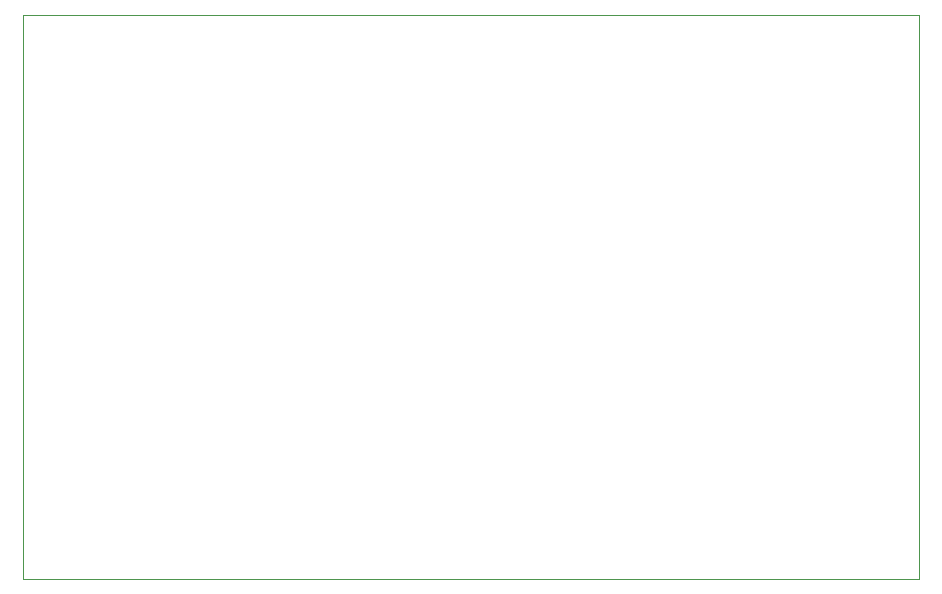
<source format=gm1>
G04 #@! TF.GenerationSoftware,KiCad,Pcbnew,(6.0.11)*
G04 #@! TF.CreationDate,2023-06-14T00:40:10+03:00*
G04 #@! TF.ProjectId,flyback_48V_48W,666c7962-6163-46b5-9f34-38565f343857,rev?*
G04 #@! TF.SameCoordinates,Original*
G04 #@! TF.FileFunction,Profile,NP*
%FSLAX46Y46*%
G04 Gerber Fmt 4.6, Leading zero omitted, Abs format (unit mm)*
G04 Created by KiCad (PCBNEW (6.0.11)) date 2023-06-14 00:40:10*
%MOMM*%
%LPD*%
G01*
G04 APERTURE LIST*
G04 #@! TA.AperFunction,Profile*
%ADD10C,0.100000*%
G04 #@! TD*
G04 APERTURE END LIST*
D10*
X100700000Y-37000000D02*
X176570000Y-37000000D01*
X176570000Y-37000000D02*
X176570000Y-84800000D01*
X176570000Y-84800000D02*
X100700000Y-84800000D01*
X100700000Y-84800000D02*
X100700000Y-37000000D01*
M02*

</source>
